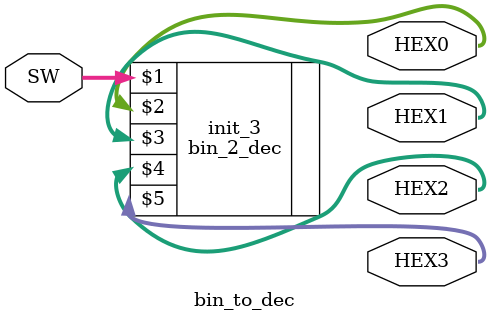
<source format=v>
module bin_to_dec
(
input [3:0]SW,

output [6:0]HEX0,
output [6:0]HEX1,
output [6:0]HEX2,
output [6:0]HEX3

);


bin_2_dec init_3 (SW [3:0], HEX0 [6:0], HEX1 [6:0], HEX2 [6:0], HEX3 [6:0]);

endmodule 
</source>
